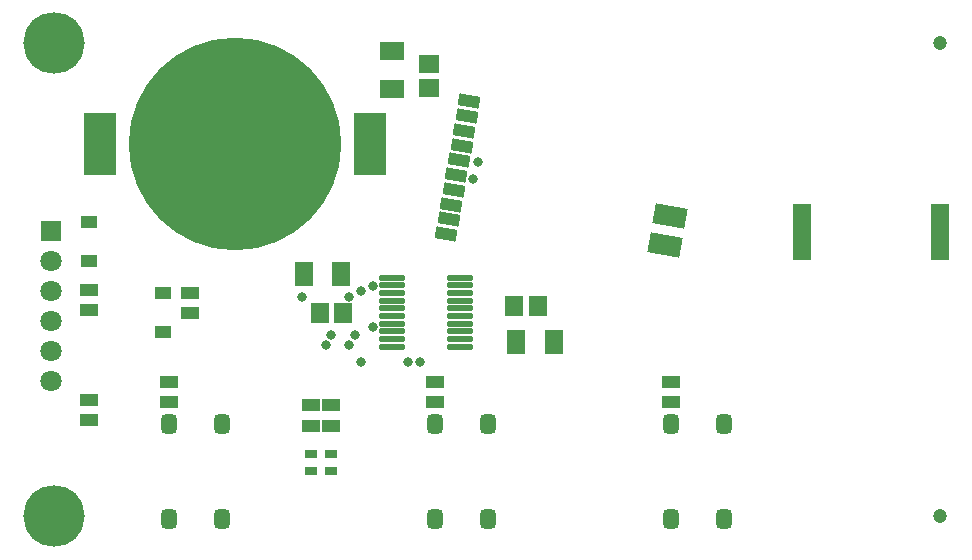
<source format=gts>
G04*
G04 #@! TF.GenerationSoftware,Altium Limited,Altium Designer,19.0.15 (446)*
G04*
G04 Layer_Color=8388736*
%FSLAX25Y25*%
%MOIN*%
G70*
G01*
G75*
G04:AMPARAMS|DCode=30|XSize=70.99mil|YSize=39.5mil|CornerRadius=0mil|HoleSize=0mil|Usage=FLASHONLY|Rotation=350.000|XOffset=0mil|YOffset=0mil|HoleType=Round|Shape=Rectangle|*
%AMROTATEDRECTD30*
4,1,4,-0.03839,-0.01328,-0.03153,0.02561,0.03839,0.01328,0.03153,-0.02561,-0.03839,-0.01328,0.0*
%
%ADD30ROTATEDRECTD30*%

G04:AMPARAMS|DCode=31|XSize=108mil|YSize=67.06mil|CornerRadius=0mil|HoleSize=0mil|Usage=FLASHONLY|Rotation=350.000|XOffset=0mil|YOffset=0mil|HoleType=Round|Shape=Rectangle|*
%AMROTATEDRECTD31*
4,1,4,-0.05900,-0.02364,-0.04736,0.04240,0.05900,0.02364,0.04736,-0.04240,-0.05900,-0.02364,0.0*
%
%ADD31ROTATEDRECTD31*%

%ADD32R,0.05918X0.04147*%
%ADD33R,0.05918X0.18517*%
%ADD34R,0.06115X0.08280*%
%ADD35R,0.06115X0.06902*%
%ADD36O,0.09068X0.02178*%
%ADD37R,0.08280X0.06115*%
%ADD38R,0.06902X0.06115*%
%ADD39R,0.10642X0.20879*%
%ADD40C,0.70879*%
%ADD41R,0.05603X0.04402*%
%ADD42R,0.03950X0.03162*%
G04:AMPARAMS|DCode=43|XSize=65mil|YSize=53mil|CornerRadius=15.25mil|HoleSize=0mil|Usage=FLASHONLY|Rotation=90.000|XOffset=0mil|YOffset=0mil|HoleType=Round|Shape=RoundedRectangle|*
%AMROUNDEDRECTD43*
21,1,0.06500,0.02250,0,0,90.0*
21,1,0.03450,0.05300,0,0,90.0*
1,1,0.03050,0.01125,0.01725*
1,1,0.03050,0.01125,-0.01725*
1,1,0.03050,-0.01125,-0.01725*
1,1,0.03050,-0.01125,0.01725*
%
%ADD43ROUNDEDRECTD43*%
%ADD44C,0.07099*%
%ADD45R,0.07099X0.07099*%
%ADD46C,0.04737*%
%ADD47C,0.20485*%
%ADD48C,0.03162*%
D30*
X138502Y138212D02*
D03*
X137634Y133288D02*
D03*
X136766Y128364D02*
D03*
X135897Y123440D02*
D03*
X135029Y118516D02*
D03*
X134161Y113592D02*
D03*
X133293Y108667D02*
D03*
X132424Y103743D02*
D03*
X131556Y98819D02*
D03*
X130688Y93895D02*
D03*
D31*
X203801Y90238D02*
D03*
X205504Y99892D02*
D03*
D32*
X11811Y38780D02*
D03*
Y32087D02*
D03*
Y75197D02*
D03*
Y68504D02*
D03*
X45276Y67520D02*
D03*
Y74213D02*
D03*
X92520Y36811D02*
D03*
Y30118D02*
D03*
X85630D02*
D03*
Y36811D02*
D03*
X38386Y37992D02*
D03*
Y44685D02*
D03*
X205748Y37992D02*
D03*
Y44685D02*
D03*
X127008Y44685D02*
D03*
Y37992D02*
D03*
D33*
X249213Y94488D02*
D03*
X295276D02*
D03*
D34*
X166732Y58071D02*
D03*
X154134D02*
D03*
X83268Y80709D02*
D03*
X95866D02*
D03*
D35*
X161417Y69882D02*
D03*
X153543D02*
D03*
X88583Y67520D02*
D03*
X96457D02*
D03*
D36*
X112638Y79429D02*
D03*
Y76870D02*
D03*
Y74311D02*
D03*
Y71752D02*
D03*
Y69193D02*
D03*
Y66634D02*
D03*
Y64075D02*
D03*
Y61516D02*
D03*
Y58957D02*
D03*
Y56398D02*
D03*
X135472Y79429D02*
D03*
Y76870D02*
D03*
Y74311D02*
D03*
Y71752D02*
D03*
Y69193D02*
D03*
Y66634D02*
D03*
Y64075D02*
D03*
Y61516D02*
D03*
Y58957D02*
D03*
Y56398D02*
D03*
D37*
X112638Y154921D02*
D03*
Y142323D02*
D03*
D38*
X125000Y150591D02*
D03*
Y142717D02*
D03*
D39*
X15315Y123858D02*
D03*
X105315D02*
D03*
D40*
X60315D02*
D03*
D41*
X11811Y97894D02*
D03*
Y85000D02*
D03*
X36417Y61466D02*
D03*
Y74360D02*
D03*
D42*
X92520Y14862D02*
D03*
Y20571D02*
D03*
X85630Y14862D02*
D03*
Y20571D02*
D03*
D43*
X56102Y-984D02*
D03*
Y30551D02*
D03*
X38425Y-984D02*
D03*
Y30551D02*
D03*
X223425Y-984D02*
D03*
Y30551D02*
D03*
X205748Y-984D02*
D03*
Y30551D02*
D03*
X144685Y-984D02*
D03*
Y30551D02*
D03*
X127008Y-984D02*
D03*
Y30551D02*
D03*
D44*
X-984Y54961D02*
D03*
Y64961D02*
D03*
X-984Y74961D02*
D03*
X-984Y84961D02*
D03*
X-984Y44961D02*
D03*
D45*
X-984Y94961D02*
D03*
D46*
X295276Y157480D02*
D03*
Y0D02*
D03*
D47*
X0Y157480D02*
D03*
Y0D02*
D03*
D48*
X82677Y72835D02*
D03*
X98425D02*
D03*
X100394Y60197D02*
D03*
X98425Y57087D02*
D03*
X92520Y60197D02*
D03*
X90551Y57087D02*
D03*
X106299Y62992D02*
D03*
X122047Y51181D02*
D03*
X102362D02*
D03*
Y74961D02*
D03*
X118110Y51181D02*
D03*
X106299Y76772D02*
D03*
X139764Y112205D02*
D03*
X141271Y118110D02*
D03*
M02*

</source>
